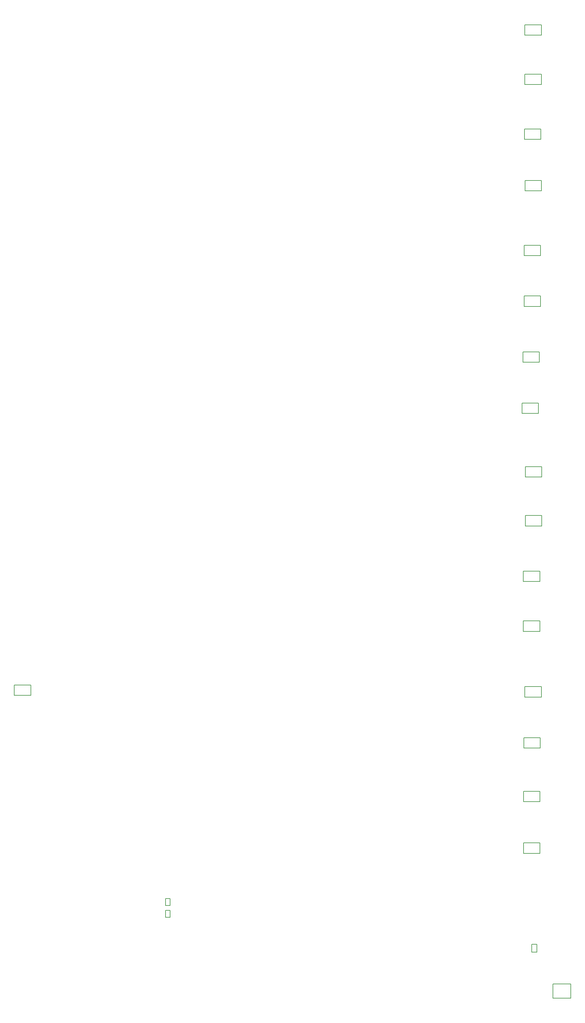
<source format=gbr>
%TF.GenerationSoftware,Altium Limited,Altium Designer,24.10.1 (45)*%
G04 Layer_Color=32896*
%FSLAX43Y43*%
%MOMM*%
%TF.SameCoordinates,766D9AF5-BA92-4156-BEB6-FD46E2A8267A*%
%TF.FilePolarity,Positive*%
%TF.FileFunction,Other,Bottom_3D_Body*%
%TF.Part,Single*%
G01*
G75*
%TA.AperFunction,NonConductor*%
%ADD81C,0.200*%
D81*
X150872Y28504D02*
Y30704D01*
X149422D02*
X150872D01*
X149422Y28504D02*
Y30704D01*
Y28504D02*
X150872D01*
X47002Y43476D02*
X48252D01*
Y41476D02*
Y43476D01*
X47002Y41476D02*
X48252D01*
X47002D02*
Y43476D01*
Y38186D02*
X48252D01*
X47002D02*
Y40186D01*
X48252D01*
Y38186D02*
Y40186D01*
X155342Y15562D02*
Y19562D01*
Y15562D02*
X160342D01*
Y19562D01*
X155342D02*
X160342D01*
X146723Y179054D02*
Y181974D01*
X151323D01*
Y179054D02*
Y181974D01*
X146723Y179054D02*
X151323D01*
X146993Y193394D02*
Y196314D01*
X151593D01*
Y193394D02*
Y196314D01*
X146993Y193394D02*
X151593D01*
X147310Y209004D02*
Y211924D01*
X151910D01*
Y209004D02*
Y211924D01*
X147310Y209004D02*
X151910D01*
X147305Y223159D02*
Y226079D01*
X151905D01*
Y223159D02*
Y226079D01*
X147305Y223159D02*
X151905D01*
X147510Y271003D02*
X152110D01*
Y273923D01*
X147510D02*
X152110D01*
X147510Y271003D02*
Y273923D01*
Y284813D02*
X152110D01*
Y287733D01*
X147510D02*
X152110D01*
X147510Y284813D02*
Y287733D01*
X147556Y241278D02*
Y244198D01*
X152156D01*
Y241278D02*
Y244198D01*
X147556Y241278D02*
X152156D01*
X147372Y255688D02*
X151972D01*
Y258608D01*
X147372D02*
X151972D01*
X147372Y255688D02*
Y258608D01*
X147124Y56105D02*
Y59025D01*
X151724D01*
Y56105D02*
Y59025D01*
X147124Y56105D02*
X151724D01*
X147124Y70515D02*
X151724D01*
Y73435D01*
X147124D02*
X151724D01*
X147124Y70515D02*
Y73435D01*
X147224Y85525D02*
Y88445D01*
X151824D01*
Y85525D02*
Y88445D01*
X147224Y85525D02*
X151824D01*
X147529Y99788D02*
X152129D01*
Y102708D01*
X147529D02*
X152129D01*
X147529Y99788D02*
Y102708D01*
X147634Y147599D02*
X152234D01*
Y150519D01*
X147634D02*
X152234D01*
X147634Y147599D02*
Y150519D01*
Y161269D02*
X152234D01*
Y164189D01*
X147634D02*
X152234D01*
X147634Y161269D02*
Y164189D01*
X147106Y118149D02*
X151706D01*
Y121069D01*
X147106D02*
X151706D01*
X147106Y118149D02*
Y121069D01*
X147091Y132065D02*
X151691D01*
Y134985D01*
X147091D02*
X151691D01*
X147091Y132065D02*
Y134985D01*
X9280Y100249D02*
Y103169D01*
X4680Y100249D02*
X9280D01*
X4680D02*
Y103169D01*
X9280D01*
%TF.MD5,1b00f94da01c8ce03b7987ef07607f11*%
M02*

</source>
